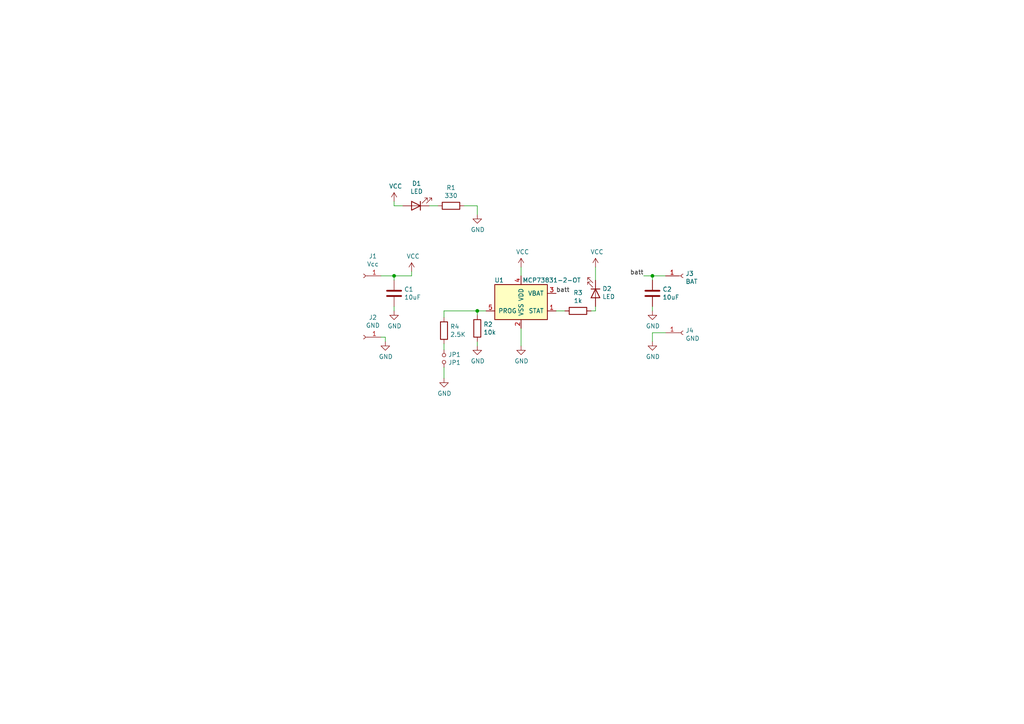
<source format=kicad_sch>
(kicad_sch (version 20230121) (generator eeschema)
  (paper "A4")
  (lib_symbols
    (symbol "Device:C" (pin_numbers hide) (pin_names (offset 0.254))
      (property "Reference" "C" (at 0.635 2.54 0))
      (property "Value" "C" (at 0.635 -2.54 0))
      (symbol "C_0_1"
        (polyline (pts (xy -2.032 -0.762) (xy 2.032 -0.762)) (stroke (width 0.508)))
        (polyline (pts (xy -2.032 0.762) (xy 2.032 0.762)) (stroke (width 0.508)))
      )
      (symbol "C_1_1"
        (pin passive line (at 0 3.81 270) (length 2.794) (name "~") (number "1"))
        (pin passive line (at 0 -3.81 90) (length 2.794) (name "~") (number "2"))
      )
    )
    (symbol "Device:LED" (pin_numbers hide) (pin_names (offset 1.016) hide)
      (property "Reference" "D" (at 0 2.54 0))
      (property "Value" "LED" (at 0 -2.54 0))
      (symbol "LED_0_1"
        (polyline (pts (xy -1.27 -1.27) (xy -1.27 1.27)) (stroke (width 0.254)))
        (polyline (pts (xy -1.27 0) (xy 1.27 0)))
        (polyline (pts (xy 1.27 -1.27) (xy 1.27 1.27) (xy -1.27 0) (xy 1.27 -1.27)) (stroke (width 0.254)))
        (polyline (pts (xy -3.048 -0.762) (xy -4.572 -2.286) (xy -3.81 -2.286) (xy -4.572 -2.286) (xy -4.572 -1.524)))
        (polyline (pts (xy -1.778 -0.762) (xy -3.302 -2.286) (xy -2.54 -2.286) (xy -3.302 -2.286) (xy -3.302 -1.524)))
      )
      (symbol "LED_1_1"
        (pin passive line (at -3.81 0 0) (length 2.54) (name "K") (number "1"))
        (pin passive line (at 3.81 0 180) (length 2.54) (name "A") (number "2"))
      )
    )
    (symbol "Device:R" (pin_numbers hide) (pin_names (offset 0))
      (property "Reference" "R" (at 2.032 0 90))
      (property "Value" "R" (at 0 0 90))
      (symbol "R_0_1"
        (rectangle (start -1.016 -2.54) (end 1.016 2.54) (stroke (width 0.254)))
      )
      (symbol "R_1_1"
        (pin passive line (at 0 3.81 270) (length 1.27) (name "~") (number "1"))
        (pin passive line (at 0 -3.81 90) (length 1.27) (name "~") (number "2"))
      )
    )
    (symbol "batteryCharger-rescue:Conn_01x01_Female-Connector" (pin_names (offset 1.016) hide)
      (property "Reference" "J" (at 0 2.54 0))
      (property "Value" "Connector_Conn_01x01_Female" (at 0 -2.54 0))
      (symbol "Conn_01x01_Female-Connector_1_1"
        (polyline (pts (xy -1.27 0) (xy -0.508 0)) (stroke (width 0.1524)))
        (arc (start 0 0.508) (mid -0.5058 0) (end 0 -0.508) (stroke (width 0.1524)))
        (pin passive line (at -5.08 0 0) (length 3.81) (name "Pin_1") (number "1"))
      )
    )
    (symbol "batteryCharger-rescue:Jumper_NO_Small-Device" (pin_numbers hide) (pin_names (offset 0.762) hide)
      (property "Reference" "JP" (at 0 2.032 0))
      (property "Value" "Device_Jumper_NO_Small" (at 0.254 -1.524 0))
      (symbol "Jumper_NO_Small-Device_0_1"
        (circle (center -1.016 0) (radius 0.508))
        (circle (center 1.016 0) (radius 0.508))
        (pin passive line (at -2.54 0 0) (length 1.016) (name "1") (number "1"))
        (pin passive line (at 2.54 0 180) (length 1.016) (name "2") (number "2"))
      )
    )
    (symbol "batteryCharger-rescue:MCP73831-2-OT-Battery_Management" (pin_names (offset 1.016))
      (property "Reference" "U" (at -7.62 6.35 0))
      (property "Value" "Battery_Management_MCP73831-2-OT" (at 1.27 6.35 0))
      (symbol "MCP73831-2-OT-Battery_Management_0_1"
        (rectangle (start -7.62 5.08) (end 7.62 -5.08) (stroke (width 0.254)) (fill (type background)))
      )
      (symbol "MCP73831-2-OT-Battery_Management_1_1"
        (pin output line (at 10.16 -2.54 180) (length 2.54) (name "STAT") (number "1"))
        (pin power_in line (at 0 -7.62 90) (length 2.54) (name "VSS") (number "2"))
        (pin power_out line (at 10.16 2.54 180) (length 2.54) (name "VBAT") (number "3"))
        (pin power_in line (at 0 7.62 270) (length 2.54) (name "VDD") (number "4"))
        (pin input line (at -10.16 -2.54 0) (length 2.54) (name "PROG") (number "5"))
      )
    )
    (symbol "power:GND" (power) (pin_names (offset 0))
      (property "Value" "GND" (at 0 -3.81 0))
      (symbol "GND_0_1"
        (polyline (pts (xy 0 0) (xy 0 -1.27) (xy 1.27 -1.27) (xy 0 -2.54) (xy -1.27 -1.27) (xy 0 -1.27)))
      )
      (symbol "GND_1_1"
        (pin power_in line (at 0 0 270) (length 0) hide (name "GND") (number "1"))
      )
    )
    (symbol "power:VCC" (power) (pin_names (offset 0))
      (property "Value" "VCC" (at 0 3.81 0))
      (symbol "VCC_0_1"
        (polyline (pts (xy -0.762 1.27) (xy 0 2.54)))
        (polyline (pts (xy 0 0) (xy 0 2.54)))
        (polyline (pts (xy 0 2.54) (xy 0.762 1.27)))
      )
      (symbol "VCC_1_1"
        (pin power_in line (at 0 0 90) (length 0) hide (name "VCC") (number "1"))
      )
    )
  )
  (junction (at 114.3 80.01))
  (junction (at 138.43 90.17))
  (junction (at 189.23 80.01))
  (wire (pts (xy 171.45 90.17) (xy 172.72 90.17)))
  (wire (pts (xy 128.778 109.728) (xy 128.778 106.553)))
  (wire (pts (xy 127 59.69) (xy 124.46 59.69)))
  (wire (pts (xy 189.23 96.52) (xy 193.04 96.52)))
  (wire (pts (xy 128.778 92.075) (xy 128.778 90.17)))
  (wire (pts (xy 151.13 77.47) (xy 151.13 80.01)))
  (wire (pts (xy 111.76 99.06) (xy 111.76 97.79)))
  (wire (pts (xy 114.3 81.28) (xy 114.3 80.01)))
  (wire (pts (xy 111.76 97.79) (xy 110.49 97.79)))
  (wire (pts (xy 114.3 90.17) (xy 114.3 88.9)))
  (wire (pts (xy 116.84 59.69) (xy 114.3 59.69)))
  (wire (pts (xy 189.23 81.28) (xy 189.23 80.01)))
  (wire (pts (xy 189.23 99.06) (xy 189.23 96.52)))
  (wire (pts (xy 114.3 80.01) (xy 119.38 80.01)))
  (wire (pts (xy 151.13 100.33) (xy 151.13 95.25)))
  (wire (pts (xy 172.72 88.9) (xy 172.72 90.17)))
  (wire (pts (xy 186.69 80.01) (xy 189.23 80.01)))
  (wire (pts (xy 138.43 62.23) (xy 138.43 59.69)))
  (wire (pts (xy 138.43 90.17) (xy 140.97 90.17)))
  (wire (pts (xy 128.778 90.17) (xy 138.43 90.17)))
  (wire (pts (xy 138.43 100.33) (xy 138.43 99.06)))
  (wire (pts (xy 138.43 91.44) (xy 138.43 90.17)))
  (wire (pts (xy 163.83 90.17) (xy 161.29 90.17)))
  (wire (pts (xy 114.3 80.01) (xy 110.49 80.01)))
  (wire (pts (xy 138.43 59.69) (xy 134.62 59.69)))
  (wire (pts (xy 119.38 80.01) (xy 119.38 78.74)))
  (wire (pts (xy 189.23 80.01) (xy 193.04 80.01)))
  (wire (pts (xy 189.23 90.17) (xy 189.23 88.9)))
  (wire (pts (xy 114.3 59.69) (xy 114.3 58.42)))
  (wire (pts (xy 128.778 99.695) (xy 128.778 101.473)))
  (wire (pts (xy 172.72 77.47) (xy 172.72 81.28)))
  (label "batt" (at 161.29 85.09 0))
  (label "batt" (at 186.69 80.01 180))
  (symbol (lib_id "batteryCharger-rescue:MCP73831-2-OT-Battery_Management") (at 151.13 87.63 0) (unit 1)
    (property "Reference" "U1" (at 144.78 81.28 0))
    (property "Value" "MCP73831-2-OT" (at 160.02 81.28 0))
    (property "Footprint" "Package_TO_SOT_SMD:SOT-23-5" (effects hide))
    (property "Datasheet" "http://ww1.microchip.com/downloads/en/DeviceDoc/20001984g.pdf" (effects hide))
    (property "manf#" "MCP73831T-5ACI/OT" (effects hide))
  )
  (symbol (lib_id "batteryCharger-rescue:Conn_01x01_Female-Connector") (at 105.41 80.01 180) (unit 1)
    (property "Reference" "J1" (at 108.1532 74.295 0))
    (property "Value" "Vcc" (at 108.1532 76.6064 0))
    (property "Footprint" "Connector_PinHeader_2.54mm:PinHeader_1x01_P2.54mm_Vertical" (effects hide))
  )
  (symbol (lib_id "batteryCharger-rescue:Conn_01x01_Female-Connector") (at 105.41 97.79 180) (unit 1)
    (property "Reference" "J2" (at 108.1532 92.075 0))
    (property "Value" "GND" (at 108.1532 94.3864 0))
    (property "Footprint" "Connector_PinHeader_2.54mm:PinHeader_1x01_P2.54mm_Vertical" (effects hide))
  )
  (symbol (lib_id "batteryCharger-rescue:Conn_01x01_Female-Connector") (at 198.12 96.52 0) (unit 1)
    (property "Reference" "J4" (at 198.8312 95.8596 0) (effects (justify left)))
    (property "Value" "GND" (at 198.8312 98.171 0) (effects (justify left)))
    (property "Footprint" "Connector_PinHeader_2.54mm:PinHeader_1x01_P2.54mm_Vertical" (effects hide))
  )
  (symbol (lib_id "batteryCharger-rescue:Conn_01x01_Female-Connector") (at 198.12 80.01 0) (unit 1)
    (property "Reference" "J3" (at 198.8312 79.3496 0) (effects (justify left)))
    (property "Value" "BAT" (at 198.8312 81.661 0) (effects (justify left)))
    (property "Footprint" "Connector_PinHeader_2.54mm:PinHeader_1x01_P2.54mm_Vertical" (effects hide))
  )
  (symbol (lib_id "Device:LED") (at 172.72 85.09 270) (unit 1)
    (property "Reference" "D2" (at 174.7012 83.7438 90) (effects (justify left)))
    (property "Value" "LED" (at 174.7012 86.0552 90) (effects (justify left)))
    (property "Footprint" "LED_SMD:LED_0805_2012Metric_Pad1.15x1.40mm_HandSolder" (effects hide))
  )
  (symbol (lib_id "Device:R") (at 138.43 95.25 180) (unit 1)
    (property "Reference" "R2" (at 140.208 94.0816 0) (effects (justify right)))
    (property "Value" "10k" (at 140.208 96.393 0) (effects (justify right)))
    (property "Footprint" "Resistor_SMD:R_0805_2012Metric_Pad1.15x1.40mm_HandSolder" (effects hide))
    (property "manf#" "ESR10EZPJ103" (effects hide))
  )
  (symbol (lib_id "Device:C") (at 114.3 85.09 0) (unit 1)
    (property "Reference" "C1" (at 117.221 83.9216 0) (effects (justify left)))
    (property "Value" "10uF" (at 117.221 86.233 0) (effects (justify left)))
    (property "Footprint" "Capacitor_SMD:C_0805_2012Metric_Pad1.15x1.40mm_HandSolder" (effects hide))
    (property "manf#" "885012107004" (effects hide))
  )
  (symbol (lib_id "Device:LED") (at 120.65 59.69 180) (unit 1)
    (property "Reference" "D1" (at 120.8278 53.213 0))
    (property "Value" "LED" (at 120.8278 55.5244 0))
    (property "Footprint" "LED_SMD:LED_0805_2012Metric_Pad1.15x1.40mm_HandSolder" (effects hide))
  )
  (symbol (lib_id "Device:R") (at 130.81 59.69 90) (unit 1)
    (property "Reference" "R1" (at 130.81 54.4322 90))
    (property "Value" "330" (at 130.81 56.7436 90))
    (property "Footprint" "Resistor_SMD:R_0805_2012Metric_Pad1.15x1.40mm_HandSolder" (effects hide))
    (property "manf#" "CRCW0805330RFKEAC" (effects hide))
  )
  (symbol (lib_id "power:GND") (at 151.13 100.33 0) (unit 1)
    (property "Reference" "#PWR08" (effects hide))
    (property "Value" "GND" (at 151.257 104.7242 0))
  )
  (symbol (lib_id "power:GND") (at 138.43 100.33 0) (unit 1)
    (property "Reference" "#PWR06" (effects hide))
    (property "Value" "GND" (at 138.557 104.7242 0))
  )
  (symbol (lib_id "power:GND") (at 189.23 90.17 0) (unit 1)
    (property "Reference" "#PWR09" (effects hide))
    (property "Value" "GND" (at 189.357 94.5642 0))
  )
  (symbol (lib_id "power:GND") (at 189.23 99.06 0) (unit 1)
    (property "Reference" "#PWR010" (effects hide))
    (property "Value" "GND" (at 189.357 103.4542 0))
  )
  (symbol (lib_id "power:GND") (at 111.76 99.06 0) (unit 1)
    (property "Reference" "#PWR01" (effects hide))
    (property "Value" "GND" (at 111.887 103.4542 0))
  )
  (symbol (lib_id "power:VCC") (at 151.13 77.47 0) (unit 1)
    (property "Reference" "#PWR07" (effects hide))
    (property "Value" "VCC" (at 151.5618 73.0758 0))
  )
  (symbol (lib_id "power:VCC") (at 119.38 78.74 0) (unit 1)
    (property "Reference" "#PWR04" (effects hide))
    (property "Value" "VCC" (at 119.8118 74.3458 0))
  )
  (symbol (lib_id "power:GND") (at 114.3 90.17 0) (unit 1)
    (property "Reference" "#PWR03" (effects hide))
    (property "Value" "GND" (at 114.427 94.5642 0))
  )
  (symbol (lib_id "power:VCC") (at 114.3 58.42 0) (unit 1)
    (property "Reference" "#PWR02" (effects hide))
    (property "Value" "VCC" (at 114.7318 54.0258 0))
  )
  (symbol (lib_id "power:GND") (at 138.43 62.23 0) (unit 1)
    (property "Reference" "#PWR05" (effects hide))
    (property "Value" "GND" (at 138.557 66.6242 0))
  )
  (symbol (lib_id "power:VCC") (at 172.72 77.47 0) (unit 1)
    (property "Reference" "#PWR0101" (effects hide))
    (property "Value" "VCC" (at 173.1518 73.0758 0))
  )
  (symbol (lib_id "Device:R") (at 167.64 90.17 90) (unit 1)
    (property "Reference" "R3" (at 167.64 84.9122 90))
    (property "Value" "1k" (at 167.64 87.2236 90))
    (property "Footprint" "Resistor_SMD:R_0805_2012Metric_Pad1.15x1.40mm_HandSolder" (effects hide))
    (property "manf#" "ESR10EZPJ102" (effects hide))
  )
  (symbol (lib_id "Device:C") (at 189.23 85.09 0) (unit 1)
    (property "Reference" "C2" (at 192.151 83.9216 0) (effects (justify left)))
    (property "Value" "10uF" (at 192.151 86.233 0) (effects (justify left)))
    (property "Footprint" "Capacitor_SMD:C_0805_2012Metric_Pad1.15x1.40mm_HandSolder" (effects hide))
    (property "manf#" "885012107004" (effects hide))
  )
  (symbol (lib_id "batteryCharger-rescue:Jumper_NO_Small-Device") (at 128.778 104.013 270) (unit 1)
    (property "Reference" "JP1" (at 129.9972 102.8446 90) (effects (justify left)))
    (property "Value" "JP1" (at 129.9972 105.156 90) (effects (justify left)))
  )
  (symbol (lib_id "power:GND") (at 128.778 109.728 0) (unit 1)
    (property "Reference" "#PWR011" (effects hide))
    (property "Value" "GND" (at 128.905 114.1222 0))
  )
  (symbol (lib_id "Device:R") (at 128.778 95.885 180) (unit 1)
    (property "Reference" "R4" (at 130.556 94.7166 0) (effects (justify right)))
    (property "Value" "2.5K" (at 130.556 97.028 0) (effects (justify right)))
    (property "Footprint" "Resistor_SMD:R_0805_2012Metric_Pad1.15x1.40mm_HandSolder" (effects hide))
    (property "manf#" "CR0805-FX-2491ELF" (effects hide))
  )
)
</source>
